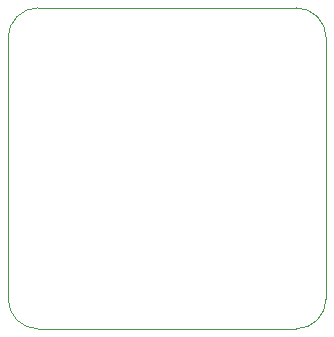
<source format=gbr>
%TF.GenerationSoftware,Altium Limited,Altium Designer,24.4.1 (13)*%
G04 Layer_Color=0*
%FSLAX45Y45*%
%MOMM*%
%TF.SameCoordinates,912A9E6C-26A1-424A-A32F-7B2CA38D8761*%
%TF.FilePolarity,Positive*%
%TF.FileFunction,Profile,NP*%
%TF.Part,Single*%
G01*
G75*
%TA.AperFunction,Profile*%
%ADD24C,0.02540*%
D24*
X13563600Y3454400D02*
Y5664200D01*
D02*
G02*
X13817599Y5918200I254000J0D01*
G01*
X16002000D01*
D02*
G02*
X16256000Y5664200I0J-254000D01*
G01*
Y3454400D01*
D02*
G02*
X16002000Y3200400I-254000J0D01*
G01*
X13817599D01*
D02*
G02*
X13563600Y3454400I0J254000D01*
G01*
%TF.MD5,ddfa3c8bc77e004b09590be4b8db08c4*%
M02*

</source>
